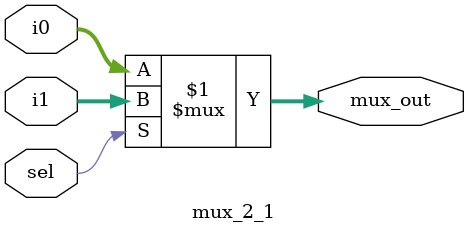
<source format=v>
module mux_2_1(i0,i1,sel,mux_out);
input [31:0] i0,i1;
input sel;
output [31:0] mux_out;

assign mux_out = sel ? i1 : i0;
endmodule



</source>
